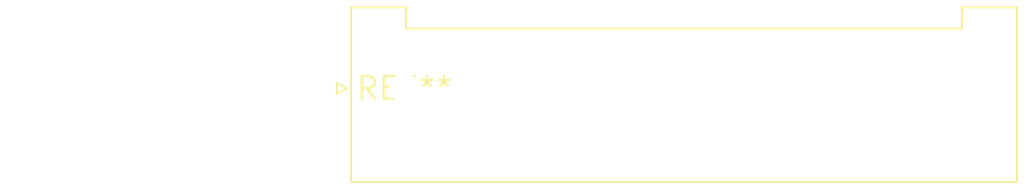
<source format=kicad_pcb>
(kicad_pcb (version 20240108) (generator pcbnew)
  (layers (0 "F.Cu" signal) (31 "B.Cu" signal) (34 "B.Paste" user) (35 "F.Paste" user) (36 "B.SilkS" user "B.Silkscreen") (37 "F.SilkS" user "F.Silkscreen") (38 "B.Mask" user) (39 "F.Mask" user) (44 "Edge.Cuts" user))
  (net 0 "")
  (footprint "JST_VH_B9P-VH-FB-B_1x09_P3.96mm_Vertical" (layer "F.Cu") (at 0 0)
    (property "Reference" "REF**")
    (property "Value" "JST_VH_B9P-VH-FB-B_1x09_P3.96mm_Vertical")
    (fp_line (start -3.83 -0.3) (end -3.23 0) (layer "F.SilkS") (stroke (width 0.12)))
    (fp_line (start -3.83 0.3) (end -3.83 -0.3) (layer "F.SilkS") (stroke (width 0.12)))
    (fp_line (start -3.23 0) (end -3.83 0.3) (layer "F.SilkS") (stroke (width 0.12)))
    (fp_line (start -3.03 -4.61) (end 0.09 -4.61) (layer "F.SilkS") (stroke (width 0.12)))
    (fp_line (start -3.03 5.31) (end -3.03 -4.61) (layer "F.SilkS") (stroke (width 0.12)))
    (fp_line (start 0.09 -4.61) (end 0.09 -3.41) (layer "F.SilkS") (stroke (width 0.12)))
    (fp_line (start 0.09 -3.41) (end 31.59 -3.41) (layer "F.SilkS") (stroke (width 0.12)))
    (fp_line (start 31.59 -4.61) (end 34.71 -4.61) (layer "F.SilkS") (stroke (width 0.12)))
    (fp_line (start 31.59 -3.41) (end 31.59 -4.61) (layer "F.SilkS") (stroke (width 0.12)))
    (fp_line (start 34.71 -4.61) (end 34.71 5.31) (layer "F.SilkS") (stroke (width 0.12)))
    (fp_line (start 34.71 5.31) (end -3.03 5.31) (layer "F.SilkS") (stroke (width 0.12)))
    (pad "" np_thru_hole circle (at -1.5 -3.4) (size 1.45 1.45) (drill 1.45) (layers *.Cu *.Mask))
    (pad "1" thru_hole roundrect (at 0 0) (size 2.7 2.7) (drill 1.7) (layers *.Cu *.Mask) (remove_unused_layers) (roundrect_rratio 0.092593))
    (pad "2" thru_hole circle (at 3.96 0) (size 2.7 2.7) (drill 1.7) (layers *.Cu *.Mask) (remove_unused_layers))
    (pad "3" thru_hole circle (at 7.92 0) (size 2.7 2.7) (drill 1.7) (layers *.Cu *.Mask) (remove_unused_layers))
    (pad "4" thru_hole circle (at 11.88 0) (size 2.7 2.7) (drill 1.7) (layers *.Cu *.Mask) (remove_unused_layers))
    (pad "5" thru_hole circle (at 15.84 0) (size 2.7 2.7) (drill 1.7) (layers *.Cu *.Mask) (remove_unused_layers))
    (pad "6" thru_hole circle (at 19.8 0) (size 2.7 2.7) (drill 1.7) (layers *.Cu *.Mask) (remove_unused_layers))
    (pad "7" thru_hole circle (at 23.76 0) (size 2.7 2.7) (drill 1.7) (layers *.Cu *.Mask) (remove_unused_layers))
    (pad "8" thru_hole circle (at 27.72 0) (size 2.7 2.7) (drill 1.7) (layers *.Cu *.Mask) (remove_unused_layers))
    (pad "9" thru_hole circle (at 31.68 0) (size 2.7 2.7) (drill 1.7) (layers *.Cu *.Mask) (remove_unused_layers))
  )
)
</source>
